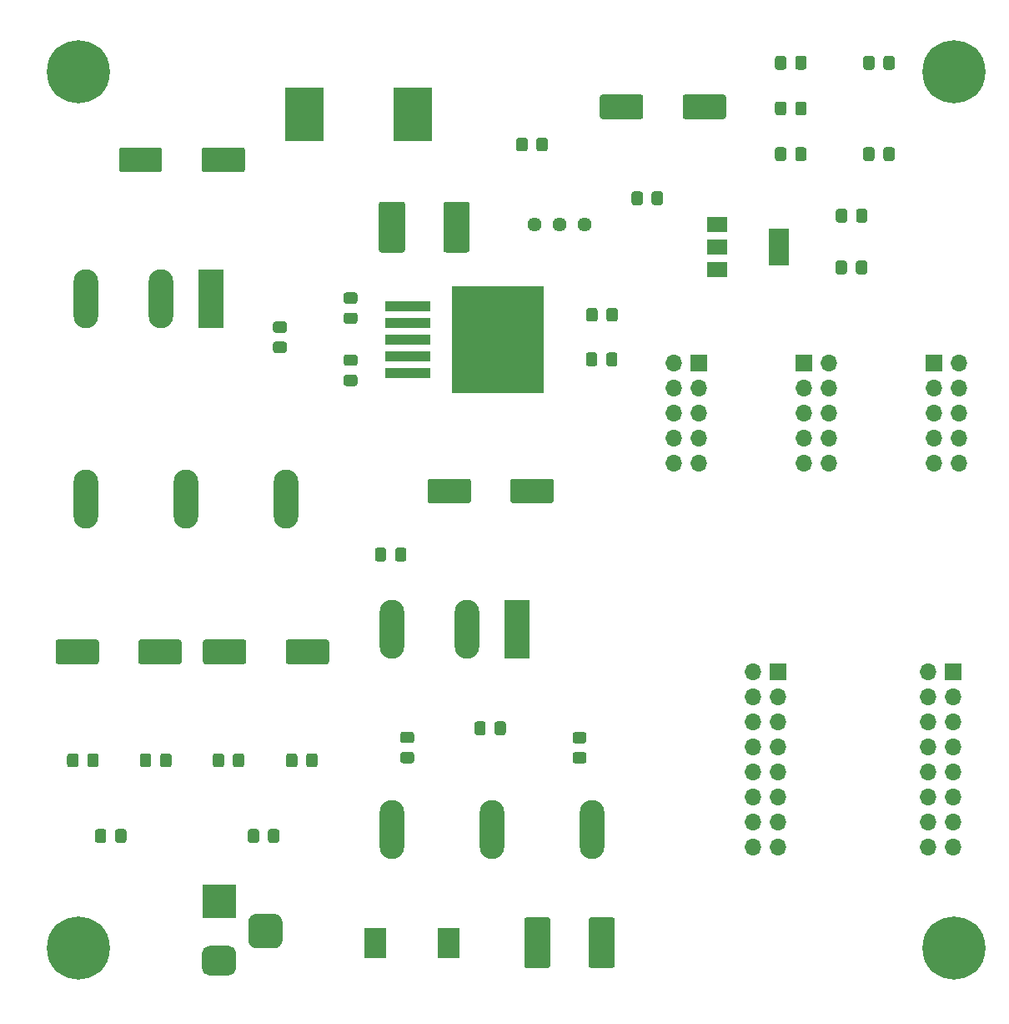
<source format=gbr>
G04 #@! TF.GenerationSoftware,KiCad,Pcbnew,(5.1.9)-1*
G04 #@! TF.CreationDate,2021-02-07T14:36:27+03:00*
G04 #@! TF.ProjectId,017_VIP_Elsiel,3031375f-5649-4505-9f45-6c7369656c2e,rev?*
G04 #@! TF.SameCoordinates,Original*
G04 #@! TF.FileFunction,Soldermask,Top*
G04 #@! TF.FilePolarity,Negative*
%FSLAX46Y46*%
G04 Gerber Fmt 4.6, Leading zero omitted, Abs format (unit mm)*
G04 Created by KiCad (PCBNEW (5.1.9)-1) date 2021-02-07 14:36:27*
%MOMM*%
%LPD*%
G01*
G04 APERTURE LIST*
%ADD10C,6.400000*%
%ADD11C,0.800000*%
%ADD12R,2.300000X3.100000*%
%ADD13R,3.500000X3.500000*%
%ADD14O,1.700000X1.700000*%
%ADD15R,1.700000X1.700000*%
%ADD16R,3.900000X5.400000*%
%ADD17C,1.440000*%
%ADD18O,2.500000X6.000000*%
%ADD19R,2.500000X6.000000*%
%ADD20R,2.000000X3.800000*%
%ADD21R,2.000000X1.500000*%
%ADD22R,4.600000X1.100000*%
%ADD23R,9.400000X10.800000*%
G04 APERTURE END LIST*
D10*
X177800000Y-58420000D03*
D11*
X177800000Y-56020000D03*
X179497056Y-56722944D03*
X180200000Y-58420000D03*
X179497056Y-60117056D03*
X177800000Y-60820000D03*
X176102944Y-60117056D03*
X175400000Y-58420000D03*
X176102944Y-56722944D03*
D10*
X88900000Y-58420000D03*
D11*
X86500000Y-58420000D03*
X87202944Y-56722944D03*
X88900000Y-56020000D03*
X90597056Y-56722944D03*
X91300000Y-58420000D03*
X90597056Y-60117056D03*
X88900000Y-60820000D03*
X87202944Y-60117056D03*
D10*
X88900000Y-147320000D03*
D11*
X88900000Y-149720000D03*
X87202944Y-149017056D03*
X86500000Y-147320000D03*
X87202944Y-145622944D03*
X88900000Y-144920000D03*
X90597056Y-145622944D03*
X91300000Y-147320000D03*
X90597056Y-149017056D03*
X179497056Y-145622944D03*
X177800000Y-144920000D03*
X176102944Y-145622944D03*
X175400000Y-147320000D03*
X176102944Y-149017056D03*
X177800000Y-149720000D03*
X179497056Y-149017056D03*
X180200000Y-147320000D03*
D10*
X177800000Y-147320000D03*
G36*
G01*
X97425000Y-66375000D02*
X97425000Y-68375000D01*
G75*
G02*
X97175000Y-68625000I-250000J0D01*
G01*
X93275000Y-68625000D01*
G75*
G02*
X93025000Y-68375000I0J250000D01*
G01*
X93025000Y-66375000D01*
G75*
G02*
X93275000Y-66125000I250000J0D01*
G01*
X97175000Y-66125000D01*
G75*
G02*
X97425000Y-66375000I0J-250000D01*
G01*
G37*
G36*
G01*
X105825000Y-66375000D02*
X105825000Y-68375000D01*
G75*
G02*
X105575000Y-68625000I-250000J0D01*
G01*
X101675000Y-68625000D01*
G75*
G02*
X101425000Y-68375000I0J250000D01*
G01*
X101425000Y-66375000D01*
G75*
G02*
X101675000Y-66125000I250000J0D01*
G01*
X105575000Y-66125000D01*
G75*
G02*
X105825000Y-66375000I0J-250000D01*
G01*
G37*
G36*
G01*
X132325000Y-124599999D02*
X132325000Y-125500001D01*
G75*
G02*
X132075001Y-125750000I-249999J0D01*
G01*
X131424999Y-125750000D01*
G75*
G02*
X131175000Y-125500001I0J249999D01*
G01*
X131175000Y-124599999D01*
G75*
G02*
X131424999Y-124350000I249999J0D01*
G01*
X132075001Y-124350000D01*
G75*
G02*
X132325000Y-124599999I0J-249999D01*
G01*
G37*
G36*
G01*
X130275000Y-124599999D02*
X130275000Y-125500001D01*
G75*
G02*
X130025001Y-125750000I-249999J0D01*
G01*
X129374999Y-125750000D01*
G75*
G02*
X129125000Y-125500001I0J249999D01*
G01*
X129125000Y-124599999D01*
G75*
G02*
X129374999Y-124350000I249999J0D01*
G01*
X130025001Y-124350000D01*
G75*
G02*
X130275000Y-124599999I0J-249999D01*
G01*
G37*
G36*
G01*
X114375000Y-116300000D02*
X114375000Y-118300000D01*
G75*
G02*
X114125000Y-118550000I-250000J0D01*
G01*
X110225000Y-118550000D01*
G75*
G02*
X109975000Y-118300000I0J250000D01*
G01*
X109975000Y-116300000D01*
G75*
G02*
X110225000Y-116050000I250000J0D01*
G01*
X114125000Y-116050000D01*
G75*
G02*
X114375000Y-116300000I0J-250000D01*
G01*
G37*
G36*
G01*
X105975000Y-116300000D02*
X105975000Y-118300000D01*
G75*
G02*
X105725000Y-118550000I-250000J0D01*
G01*
X101825000Y-118550000D01*
G75*
G02*
X101575000Y-118300000I0J250000D01*
G01*
X101575000Y-116300000D01*
G75*
G02*
X101825000Y-116050000I250000J0D01*
G01*
X105725000Y-116050000D01*
G75*
G02*
X105975000Y-116300000I0J-250000D01*
G01*
G37*
G36*
G01*
X124375000Y-101975000D02*
X124375000Y-99975000D01*
G75*
G02*
X124625000Y-99725000I250000J0D01*
G01*
X128525000Y-99725000D01*
G75*
G02*
X128775000Y-99975000I0J-250000D01*
G01*
X128775000Y-101975000D01*
G75*
G02*
X128525000Y-102225000I-250000J0D01*
G01*
X124625000Y-102225000D01*
G75*
G02*
X124375000Y-101975000I0J250000D01*
G01*
G37*
G36*
G01*
X132775000Y-101975000D02*
X132775000Y-99975000D01*
G75*
G02*
X133025000Y-99725000I250000J0D01*
G01*
X136925000Y-99725000D01*
G75*
G02*
X137175000Y-99975000I0J-250000D01*
G01*
X137175000Y-101975000D01*
G75*
G02*
X136925000Y-102225000I-250000J0D01*
G01*
X133025000Y-102225000D01*
G75*
G02*
X132775000Y-101975000I0J250000D01*
G01*
G37*
G36*
G01*
X91000000Y-116300000D02*
X91000000Y-118300000D01*
G75*
G02*
X90750000Y-118550000I-250000J0D01*
G01*
X86850000Y-118550000D01*
G75*
G02*
X86600000Y-118300000I0J250000D01*
G01*
X86600000Y-116300000D01*
G75*
G02*
X86850000Y-116050000I250000J0D01*
G01*
X90750000Y-116050000D01*
G75*
G02*
X91000000Y-116300000I0J-250000D01*
G01*
G37*
G36*
G01*
X99400000Y-116300000D02*
X99400000Y-118300000D01*
G75*
G02*
X99150000Y-118550000I-250000J0D01*
G01*
X95250000Y-118550000D01*
G75*
G02*
X95000000Y-118300000I0J250000D01*
G01*
X95000000Y-116300000D01*
G75*
G02*
X95250000Y-116050000I250000J0D01*
G01*
X99150000Y-116050000D01*
G75*
G02*
X99400000Y-116300000I0J-250000D01*
G01*
G37*
G36*
G01*
X119025000Y-107875001D02*
X119025000Y-106974999D01*
G75*
G02*
X119274999Y-106725000I249999J0D01*
G01*
X119925001Y-106725000D01*
G75*
G02*
X120175000Y-106974999I0J-249999D01*
G01*
X120175000Y-107875001D01*
G75*
G02*
X119925001Y-108125000I-249999J0D01*
G01*
X119274999Y-108125000D01*
G75*
G02*
X119025000Y-107875001I0J249999D01*
G01*
G37*
G36*
G01*
X121075000Y-107875001D02*
X121075000Y-106974999D01*
G75*
G02*
X121324999Y-106725000I249999J0D01*
G01*
X121975001Y-106725000D01*
G75*
G02*
X122225000Y-106974999I0J-249999D01*
G01*
X122225000Y-107875001D01*
G75*
G02*
X121975001Y-108125000I-249999J0D01*
G01*
X121324999Y-108125000D01*
G75*
G02*
X121075000Y-107875001I0J249999D01*
G01*
G37*
G36*
G01*
X91750000Y-135524999D02*
X91750000Y-136425001D01*
G75*
G02*
X91500001Y-136675000I-249999J0D01*
G01*
X90849999Y-136675000D01*
G75*
G02*
X90600000Y-136425001I0J249999D01*
G01*
X90600000Y-135524999D01*
G75*
G02*
X90849999Y-135275000I249999J0D01*
G01*
X91500001Y-135275000D01*
G75*
G02*
X91750000Y-135524999I0J-249999D01*
G01*
G37*
G36*
G01*
X93800000Y-135524999D02*
X93800000Y-136425001D01*
G75*
G02*
X93550001Y-136675000I-249999J0D01*
G01*
X92899999Y-136675000D01*
G75*
G02*
X92650000Y-136425001I0J249999D01*
G01*
X92650000Y-135524999D01*
G75*
G02*
X92899999Y-135275000I249999J0D01*
G01*
X93550001Y-135275000D01*
G75*
G02*
X93800000Y-135524999I0J-249999D01*
G01*
G37*
G36*
G01*
X109325000Y-135524999D02*
X109325000Y-136425001D01*
G75*
G02*
X109075001Y-136675000I-249999J0D01*
G01*
X108424999Y-136675000D01*
G75*
G02*
X108175000Y-136425001I0J249999D01*
G01*
X108175000Y-135524999D01*
G75*
G02*
X108424999Y-135275000I249999J0D01*
G01*
X109075001Y-135275000D01*
G75*
G02*
X109325000Y-135524999I0J-249999D01*
G01*
G37*
G36*
G01*
X107275000Y-135524999D02*
X107275000Y-136425001D01*
G75*
G02*
X107025001Y-136675000I-249999J0D01*
G01*
X106374999Y-136675000D01*
G75*
G02*
X106125000Y-136425001I0J249999D01*
G01*
X106125000Y-135524999D01*
G75*
G02*
X106374999Y-135275000I249999J0D01*
G01*
X107025001Y-135275000D01*
G75*
G02*
X107275000Y-135524999I0J-249999D01*
G01*
G37*
G36*
G01*
X108924999Y-85825000D02*
X109825001Y-85825000D01*
G75*
G02*
X110075000Y-86074999I0J-249999D01*
G01*
X110075000Y-86725001D01*
G75*
G02*
X109825001Y-86975000I-249999J0D01*
G01*
X108924999Y-86975000D01*
G75*
G02*
X108675000Y-86725001I0J249999D01*
G01*
X108675000Y-86074999D01*
G75*
G02*
X108924999Y-85825000I249999J0D01*
G01*
G37*
G36*
G01*
X108924999Y-83775000D02*
X109825001Y-83775000D01*
G75*
G02*
X110075000Y-84024999I0J-249999D01*
G01*
X110075000Y-84675001D01*
G75*
G02*
X109825001Y-84925000I-249999J0D01*
G01*
X108924999Y-84925000D01*
G75*
G02*
X108675000Y-84675001I0J249999D01*
G01*
X108675000Y-84024999D01*
G75*
G02*
X108924999Y-83775000I249999J0D01*
G01*
G37*
G36*
G01*
X159650000Y-57983334D02*
X159650000Y-57083332D01*
G75*
G02*
X159899999Y-56833333I249999J0D01*
G01*
X160550001Y-56833333D01*
G75*
G02*
X160800000Y-57083332I0J-249999D01*
G01*
X160800000Y-57983334D01*
G75*
G02*
X160550001Y-58233333I-249999J0D01*
G01*
X159899999Y-58233333D01*
G75*
G02*
X159650000Y-57983334I0J249999D01*
G01*
G37*
G36*
G01*
X161700000Y-57983334D02*
X161700000Y-57083332D01*
G75*
G02*
X161949999Y-56833333I249999J0D01*
G01*
X162600001Y-56833333D01*
G75*
G02*
X162850000Y-57083332I0J-249999D01*
G01*
X162850000Y-57983334D01*
G75*
G02*
X162600001Y-58233333I-249999J0D01*
G01*
X161949999Y-58233333D01*
G75*
G02*
X161700000Y-57983334I0J249999D01*
G01*
G37*
G36*
G01*
X159650000Y-62616667D02*
X159650000Y-61716665D01*
G75*
G02*
X159899999Y-61466666I249999J0D01*
G01*
X160550001Y-61466666D01*
G75*
G02*
X160800000Y-61716665I0J-249999D01*
G01*
X160800000Y-62616667D01*
G75*
G02*
X160550001Y-62866666I-249999J0D01*
G01*
X159899999Y-62866666D01*
G75*
G02*
X159650000Y-62616667I0J249999D01*
G01*
G37*
G36*
G01*
X161700000Y-62616667D02*
X161700000Y-61716665D01*
G75*
G02*
X161949999Y-61466666I249999J0D01*
G01*
X162600001Y-61466666D01*
G75*
G02*
X162850000Y-61716665I0J-249999D01*
G01*
X162850000Y-62616667D01*
G75*
G02*
X162600001Y-62866666I-249999J0D01*
G01*
X161949999Y-62866666D01*
G75*
G02*
X161700000Y-62616667I0J249999D01*
G01*
G37*
G36*
G01*
X169750000Y-66349999D02*
X169750000Y-67250001D01*
G75*
G02*
X169500001Y-67500000I-249999J0D01*
G01*
X168849999Y-67500000D01*
G75*
G02*
X168600000Y-67250001I0J249999D01*
G01*
X168600000Y-66349999D01*
G75*
G02*
X168849999Y-66100000I249999J0D01*
G01*
X169500001Y-66100000D01*
G75*
G02*
X169750000Y-66349999I0J-249999D01*
G01*
G37*
G36*
G01*
X171800000Y-66349999D02*
X171800000Y-67250001D01*
G75*
G02*
X171550001Y-67500000I-249999J0D01*
G01*
X170899999Y-67500000D01*
G75*
G02*
X170650000Y-67250001I0J249999D01*
G01*
X170650000Y-66349999D01*
G75*
G02*
X170899999Y-66100000I249999J0D01*
G01*
X171550001Y-66100000D01*
G75*
G02*
X171800000Y-66349999I0J-249999D01*
G01*
G37*
G36*
G01*
X170650000Y-57983334D02*
X170650000Y-57083332D01*
G75*
G02*
X170899999Y-56833333I249999J0D01*
G01*
X171550001Y-56833333D01*
G75*
G02*
X171800000Y-57083332I0J-249999D01*
G01*
X171800000Y-57983334D01*
G75*
G02*
X171550001Y-58233333I-249999J0D01*
G01*
X170899999Y-58233333D01*
G75*
G02*
X170650000Y-57983334I0J249999D01*
G01*
G37*
G36*
G01*
X168600000Y-57983334D02*
X168600000Y-57083332D01*
G75*
G02*
X168849999Y-56833333I249999J0D01*
G01*
X169500001Y-56833333D01*
G75*
G02*
X169750000Y-57083332I0J-249999D01*
G01*
X169750000Y-57983334D01*
G75*
G02*
X169500001Y-58233333I-249999J0D01*
G01*
X168849999Y-58233333D01*
G75*
G02*
X168600000Y-57983334I0J249999D01*
G01*
G37*
G36*
G01*
X141875000Y-63000000D02*
X141875000Y-61000000D01*
G75*
G02*
X142125000Y-60750000I250000J0D01*
G01*
X146025000Y-60750000D01*
G75*
G02*
X146275000Y-61000000I0J-250000D01*
G01*
X146275000Y-63000000D01*
G75*
G02*
X146025000Y-63250000I-250000J0D01*
G01*
X142125000Y-63250000D01*
G75*
G02*
X141875000Y-63000000I0J250000D01*
G01*
G37*
G36*
G01*
X150275000Y-63000000D02*
X150275000Y-61000000D01*
G75*
G02*
X150525000Y-60750000I250000J0D01*
G01*
X154425000Y-60750000D01*
G75*
G02*
X154675000Y-61000000I0J-250000D01*
G01*
X154675000Y-63000000D01*
G75*
G02*
X154425000Y-63250000I-250000J0D01*
G01*
X150525000Y-63250000D01*
G75*
G02*
X150275000Y-63000000I0J250000D01*
G01*
G37*
G36*
G01*
X147125000Y-71725001D02*
X147125000Y-70824999D01*
G75*
G02*
X147374999Y-70575000I249999J0D01*
G01*
X148025001Y-70575000D01*
G75*
G02*
X148275000Y-70824999I0J-249999D01*
G01*
X148275000Y-71725001D01*
G75*
G02*
X148025001Y-71975000I-249999J0D01*
G01*
X147374999Y-71975000D01*
G75*
G02*
X147125000Y-71725001I0J249999D01*
G01*
G37*
G36*
G01*
X145075000Y-71725001D02*
X145075000Y-70824999D01*
G75*
G02*
X145324999Y-70575000I249999J0D01*
G01*
X145975001Y-70575000D01*
G75*
G02*
X146225000Y-70824999I0J-249999D01*
G01*
X146225000Y-71725001D01*
G75*
G02*
X145975001Y-71975000I-249999J0D01*
G01*
X145324999Y-71975000D01*
G75*
G02*
X145075000Y-71725001I0J249999D01*
G01*
G37*
G36*
G01*
X159650000Y-67250001D02*
X159650000Y-66349999D01*
G75*
G02*
X159899999Y-66100000I249999J0D01*
G01*
X160550001Y-66100000D01*
G75*
G02*
X160800000Y-66349999I0J-249999D01*
G01*
X160800000Y-67250001D01*
G75*
G02*
X160550001Y-67500000I-249999J0D01*
G01*
X159899999Y-67500000D01*
G75*
G02*
X159650000Y-67250001I0J249999D01*
G01*
G37*
G36*
G01*
X161700000Y-67250001D02*
X161700000Y-66349999D01*
G75*
G02*
X161949999Y-66100000I249999J0D01*
G01*
X162600001Y-66100000D01*
G75*
G02*
X162850000Y-66349999I0J-249999D01*
G01*
X162850000Y-67250001D01*
G75*
G02*
X162600001Y-67500000I-249999J0D01*
G01*
X161949999Y-67500000D01*
G75*
G02*
X161700000Y-67250001I0J249999D01*
G01*
G37*
G36*
G01*
X140725000Y-149125000D02*
X140725000Y-144475000D01*
G75*
G02*
X140975000Y-144225000I250000J0D01*
G01*
X143125000Y-144225000D01*
G75*
G02*
X143375000Y-144475000I0J-250000D01*
G01*
X143375000Y-149125000D01*
G75*
G02*
X143125000Y-149375000I-250000J0D01*
G01*
X140975000Y-149375000D01*
G75*
G02*
X140725000Y-149125000I0J250000D01*
G01*
G37*
G36*
G01*
X134175000Y-149125000D02*
X134175000Y-144475000D01*
G75*
G02*
X134425000Y-144225000I250000J0D01*
G01*
X136575000Y-144225000D01*
G75*
G02*
X136825000Y-144475000I0J-250000D01*
G01*
X136825000Y-149125000D01*
G75*
G02*
X136575000Y-149375000I-250000J0D01*
G01*
X134425000Y-149375000D01*
G75*
G02*
X134175000Y-149125000I0J250000D01*
G01*
G37*
G36*
G01*
X139349999Y-127472500D02*
X140250001Y-127472500D01*
G75*
G02*
X140500000Y-127722499I0J-249999D01*
G01*
X140500000Y-128372501D01*
G75*
G02*
X140250001Y-128622500I-249999J0D01*
G01*
X139349999Y-128622500D01*
G75*
G02*
X139100000Y-128372501I0J249999D01*
G01*
X139100000Y-127722499D01*
G75*
G02*
X139349999Y-127472500I249999J0D01*
G01*
G37*
G36*
G01*
X139349999Y-125422500D02*
X140250001Y-125422500D01*
G75*
G02*
X140500000Y-125672499I0J-249999D01*
G01*
X140500000Y-126322501D01*
G75*
G02*
X140250001Y-126572500I-249999J0D01*
G01*
X139349999Y-126572500D01*
G75*
G02*
X139100000Y-126322501I0J249999D01*
G01*
X139100000Y-125672499D01*
G75*
G02*
X139349999Y-125422500I249999J0D01*
G01*
G37*
G36*
G01*
X112050000Y-128750001D02*
X112050000Y-127849999D01*
G75*
G02*
X112299999Y-127600000I249999J0D01*
G01*
X112950001Y-127600000D01*
G75*
G02*
X113200000Y-127849999I0J-249999D01*
G01*
X113200000Y-128750001D01*
G75*
G02*
X112950001Y-129000000I-249999J0D01*
G01*
X112299999Y-129000000D01*
G75*
G02*
X112050000Y-128750001I0J249999D01*
G01*
G37*
G36*
G01*
X110000000Y-128750001D02*
X110000000Y-127849999D01*
G75*
G02*
X110249999Y-127600000I249999J0D01*
G01*
X110900001Y-127600000D01*
G75*
G02*
X111150000Y-127849999I0J-249999D01*
G01*
X111150000Y-128750001D01*
G75*
G02*
X110900001Y-129000000I-249999J0D01*
G01*
X110249999Y-129000000D01*
G75*
G02*
X110000000Y-128750001I0J249999D01*
G01*
G37*
G36*
G01*
X87775000Y-128750001D02*
X87775000Y-127849999D01*
G75*
G02*
X88024999Y-127600000I249999J0D01*
G01*
X88675001Y-127600000D01*
G75*
G02*
X88925000Y-127849999I0J-249999D01*
G01*
X88925000Y-128750001D01*
G75*
G02*
X88675001Y-129000000I-249999J0D01*
G01*
X88024999Y-129000000D01*
G75*
G02*
X87775000Y-128750001I0J249999D01*
G01*
G37*
G36*
G01*
X89825000Y-128750001D02*
X89825000Y-127849999D01*
G75*
G02*
X90074999Y-127600000I249999J0D01*
G01*
X90725001Y-127600000D01*
G75*
G02*
X90975000Y-127849999I0J-249999D01*
G01*
X90975000Y-128750001D01*
G75*
G02*
X90725001Y-129000000I-249999J0D01*
G01*
X90074999Y-129000000D01*
G75*
G02*
X89825000Y-128750001I0J249999D01*
G01*
G37*
G36*
G01*
X128625000Y-71875000D02*
X128625000Y-76525000D01*
G75*
G02*
X128375000Y-76775000I-250000J0D01*
G01*
X126225000Y-76775000D01*
G75*
G02*
X125975000Y-76525000I0J250000D01*
G01*
X125975000Y-71875000D01*
G75*
G02*
X126225000Y-71625000I250000J0D01*
G01*
X128375000Y-71625000D01*
G75*
G02*
X128625000Y-71875000I0J-250000D01*
G01*
G37*
G36*
G01*
X122075000Y-71875000D02*
X122075000Y-76525000D01*
G75*
G02*
X121825000Y-76775000I-250000J0D01*
G01*
X119675000Y-76775000D01*
G75*
G02*
X119425000Y-76525000I0J250000D01*
G01*
X119425000Y-71875000D01*
G75*
G02*
X119675000Y-71625000I250000J0D01*
G01*
X121825000Y-71625000D01*
G75*
G02*
X122075000Y-71875000I0J-250000D01*
G01*
G37*
G36*
G01*
X165825000Y-73500001D02*
X165825000Y-72599999D01*
G75*
G02*
X166074999Y-72350000I249999J0D01*
G01*
X166725001Y-72350000D01*
G75*
G02*
X166975000Y-72599999I0J-249999D01*
G01*
X166975000Y-73500001D01*
G75*
G02*
X166725001Y-73750000I-249999J0D01*
G01*
X166074999Y-73750000D01*
G75*
G02*
X165825000Y-73500001I0J249999D01*
G01*
G37*
G36*
G01*
X167875000Y-73500001D02*
X167875000Y-72599999D01*
G75*
G02*
X168124999Y-72350000I249999J0D01*
G01*
X168775001Y-72350000D01*
G75*
G02*
X169025000Y-72599999I0J-249999D01*
G01*
X169025000Y-73500001D01*
G75*
G02*
X168775001Y-73750000I-249999J0D01*
G01*
X168124999Y-73750000D01*
G75*
G02*
X167875000Y-73500001I0J249999D01*
G01*
G37*
G36*
G01*
X140475000Y-83550001D02*
X140475000Y-82649999D01*
G75*
G02*
X140724999Y-82400000I249999J0D01*
G01*
X141375001Y-82400000D01*
G75*
G02*
X141625000Y-82649999I0J-249999D01*
G01*
X141625000Y-83550001D01*
G75*
G02*
X141375001Y-83800000I-249999J0D01*
G01*
X140724999Y-83800000D01*
G75*
G02*
X140475000Y-83550001I0J249999D01*
G01*
G37*
G36*
G01*
X142525000Y-83550001D02*
X142525000Y-82649999D01*
G75*
G02*
X142774999Y-82400000I249999J0D01*
G01*
X143425001Y-82400000D01*
G75*
G02*
X143675000Y-82649999I0J-249999D01*
G01*
X143675000Y-83550001D01*
G75*
G02*
X143425001Y-83800000I-249999J0D01*
G01*
X142774999Y-83800000D01*
G75*
G02*
X142525000Y-83550001I0J249999D01*
G01*
G37*
D12*
X126500000Y-146800000D03*
X119100000Y-146800000D03*
D13*
X103200000Y-142625000D03*
G36*
G01*
X104200000Y-150125000D02*
X102200000Y-150125000D01*
G75*
G02*
X101450000Y-149375000I0J750000D01*
G01*
X101450000Y-147875000D01*
G75*
G02*
X102200000Y-147125000I750000J0D01*
G01*
X104200000Y-147125000D01*
G75*
G02*
X104950000Y-147875000I0J-750000D01*
G01*
X104950000Y-149375000D01*
G75*
G02*
X104200000Y-150125000I-750000J0D01*
G01*
G37*
G36*
G01*
X108775000Y-147375000D02*
X107025000Y-147375000D01*
G75*
G02*
X106150000Y-146500000I0J875000D01*
G01*
X106150000Y-144750000D01*
G75*
G02*
X107025000Y-143875000I875000J0D01*
G01*
X108775000Y-143875000D01*
G75*
G02*
X109650000Y-144750000I0J-875000D01*
G01*
X109650000Y-146500000D01*
G75*
G02*
X108775000Y-147375000I-875000J0D01*
G01*
G37*
D14*
X178340000Y-98135000D03*
X175800000Y-98135000D03*
X178340000Y-95595000D03*
X175800000Y-95595000D03*
X178340000Y-93055000D03*
X175800000Y-93055000D03*
X178340000Y-90515000D03*
X175800000Y-90515000D03*
X178340000Y-87975000D03*
D15*
X175800000Y-87975000D03*
X162567500Y-87975000D03*
D14*
X165107500Y-87975000D03*
X162567500Y-90515000D03*
X165107500Y-90515000D03*
X162567500Y-93055000D03*
X165107500Y-93055000D03*
X162567500Y-95595000D03*
X165107500Y-95595000D03*
X162567500Y-98135000D03*
X165107500Y-98135000D03*
D15*
X151925000Y-88000000D03*
D14*
X149385000Y-88000000D03*
X151925000Y-90540000D03*
X149385000Y-90540000D03*
X151925000Y-93080000D03*
X149385000Y-93080000D03*
X151925000Y-95620000D03*
X149385000Y-95620000D03*
X151925000Y-98160000D03*
X149385000Y-98160000D03*
X157385000Y-137104999D03*
X159925000Y-137104999D03*
X157385000Y-134564999D03*
X159925000Y-134564999D03*
X157385000Y-132024999D03*
X159925000Y-132024999D03*
X157385000Y-129484999D03*
X159925000Y-129484999D03*
X157385000Y-126944999D03*
X159925000Y-126944999D03*
X157385000Y-124404999D03*
X159925000Y-124404999D03*
X157385000Y-121864999D03*
X159925000Y-121864999D03*
X157385000Y-119324999D03*
D15*
X159925000Y-119324999D03*
X177775000Y-119324999D03*
D14*
X175235000Y-119324999D03*
X177775000Y-121864999D03*
X175235000Y-121864999D03*
X177775000Y-124404999D03*
X175235000Y-124404999D03*
X177775000Y-126944999D03*
X175235000Y-126944999D03*
X177775000Y-129484999D03*
X175235000Y-129484999D03*
X177775000Y-132024999D03*
X175235000Y-132024999D03*
X177775000Y-134564999D03*
X175235000Y-134564999D03*
X177775000Y-137104999D03*
X175235000Y-137104999D03*
D16*
X122875000Y-62775000D03*
X111875000Y-62775000D03*
G36*
G01*
X122750001Y-128600000D02*
X121849999Y-128600000D01*
G75*
G02*
X121600000Y-128350001I0J249999D01*
G01*
X121600000Y-127699999D01*
G75*
G02*
X121849999Y-127450000I249999J0D01*
G01*
X122750001Y-127450000D01*
G75*
G02*
X123000000Y-127699999I0J-249999D01*
G01*
X123000000Y-128350001D01*
G75*
G02*
X122750001Y-128600000I-249999J0D01*
G01*
G37*
G36*
G01*
X122750001Y-126550000D02*
X121849999Y-126550000D01*
G75*
G02*
X121600000Y-126300001I0J249999D01*
G01*
X121600000Y-125649999D01*
G75*
G02*
X121849999Y-125400000I249999J0D01*
G01*
X122750001Y-125400000D01*
G75*
G02*
X123000000Y-125649999I0J-249999D01*
G01*
X123000000Y-126300001D01*
G75*
G02*
X122750001Y-126550000I-249999J0D01*
G01*
G37*
G36*
G01*
X102561666Y-128750001D02*
X102561666Y-127849999D01*
G75*
G02*
X102811665Y-127600000I249999J0D01*
G01*
X103461667Y-127600000D01*
G75*
G02*
X103711666Y-127849999I0J-249999D01*
G01*
X103711666Y-128750001D01*
G75*
G02*
X103461667Y-129000000I-249999J0D01*
G01*
X102811665Y-129000000D01*
G75*
G02*
X102561666Y-128750001I0J249999D01*
G01*
G37*
G36*
G01*
X104611666Y-128750001D02*
X104611666Y-127849999D01*
G75*
G02*
X104861665Y-127600000I249999J0D01*
G01*
X105511667Y-127600000D01*
G75*
G02*
X105761666Y-127849999I0J-249999D01*
G01*
X105761666Y-128750001D01*
G75*
G02*
X105511667Y-129000000I-249999J0D01*
G01*
X104861665Y-129000000D01*
G75*
G02*
X104611666Y-128750001I0J249999D01*
G01*
G37*
G36*
G01*
X97218333Y-128750001D02*
X97218333Y-127849999D01*
G75*
G02*
X97468332Y-127600000I249999J0D01*
G01*
X98118334Y-127600000D01*
G75*
G02*
X98368333Y-127849999I0J-249999D01*
G01*
X98368333Y-128750001D01*
G75*
G02*
X98118334Y-129000000I-249999J0D01*
G01*
X97468332Y-129000000D01*
G75*
G02*
X97218333Y-128750001I0J249999D01*
G01*
G37*
G36*
G01*
X95168333Y-128750001D02*
X95168333Y-127849999D01*
G75*
G02*
X95418332Y-127600000I249999J0D01*
G01*
X96068334Y-127600000D01*
G75*
G02*
X96318333Y-127849999I0J-249999D01*
G01*
X96318333Y-128750001D01*
G75*
G02*
X96068334Y-129000000I-249999J0D01*
G01*
X95418332Y-129000000D01*
G75*
G02*
X95168333Y-128750001I0J249999D01*
G01*
G37*
G36*
G01*
X117000001Y-88275000D02*
X116099999Y-88275000D01*
G75*
G02*
X115850000Y-88025001I0J249999D01*
G01*
X115850000Y-87374999D01*
G75*
G02*
X116099999Y-87125000I249999J0D01*
G01*
X117000001Y-87125000D01*
G75*
G02*
X117250000Y-87374999I0J-249999D01*
G01*
X117250000Y-88025001D01*
G75*
G02*
X117000001Y-88275000I-249999J0D01*
G01*
G37*
G36*
G01*
X117000001Y-90325000D02*
X116099999Y-90325000D01*
G75*
G02*
X115850000Y-90075001I0J249999D01*
G01*
X115850000Y-89424999D01*
G75*
G02*
X116099999Y-89175000I249999J0D01*
G01*
X117000001Y-89175000D01*
G75*
G02*
X117250000Y-89424999I0J-249999D01*
G01*
X117250000Y-90075001D01*
G75*
G02*
X117000001Y-90325000I-249999J0D01*
G01*
G37*
G36*
G01*
X165802500Y-78750001D02*
X165802500Y-77849999D01*
G75*
G02*
X166052499Y-77600000I249999J0D01*
G01*
X166702501Y-77600000D01*
G75*
G02*
X166952500Y-77849999I0J-249999D01*
G01*
X166952500Y-78750001D01*
G75*
G02*
X166702501Y-79000000I-249999J0D01*
G01*
X166052499Y-79000000D01*
G75*
G02*
X165802500Y-78750001I0J249999D01*
G01*
G37*
G36*
G01*
X167852500Y-78750001D02*
X167852500Y-77849999D01*
G75*
G02*
X168102499Y-77600000I249999J0D01*
G01*
X168752501Y-77600000D01*
G75*
G02*
X169002500Y-77849999I0J-249999D01*
G01*
X169002500Y-78750001D01*
G75*
G02*
X168752501Y-79000000I-249999J0D01*
G01*
X168102499Y-79000000D01*
G75*
G02*
X167852500Y-78750001I0J249999D01*
G01*
G37*
G36*
G01*
X117000001Y-84025000D02*
X116099999Y-84025000D01*
G75*
G02*
X115850000Y-83775001I0J249999D01*
G01*
X115850000Y-83124999D01*
G75*
G02*
X116099999Y-82875000I249999J0D01*
G01*
X117000001Y-82875000D01*
G75*
G02*
X117250000Y-83124999I0J-249999D01*
G01*
X117250000Y-83775001D01*
G75*
G02*
X117000001Y-84025000I-249999J0D01*
G01*
G37*
G36*
G01*
X117000001Y-81975000D02*
X116099999Y-81975000D01*
G75*
G02*
X115850000Y-81725001I0J249999D01*
G01*
X115850000Y-81074999D01*
G75*
G02*
X116099999Y-80825000I249999J0D01*
G01*
X117000001Y-80825000D01*
G75*
G02*
X117250000Y-81074999I0J-249999D01*
G01*
X117250000Y-81725001D01*
G75*
G02*
X117000001Y-81975000I-249999J0D01*
G01*
G37*
G36*
G01*
X134525000Y-65374999D02*
X134525000Y-66275001D01*
G75*
G02*
X134275001Y-66525000I-249999J0D01*
G01*
X133624999Y-66525000D01*
G75*
G02*
X133375000Y-66275001I0J249999D01*
G01*
X133375000Y-65374999D01*
G75*
G02*
X133624999Y-65125000I249999J0D01*
G01*
X134275001Y-65125000D01*
G75*
G02*
X134525000Y-65374999I0J-249999D01*
G01*
G37*
G36*
G01*
X136575000Y-65374999D02*
X136575000Y-66275001D01*
G75*
G02*
X136325001Y-66525000I-249999J0D01*
G01*
X135674999Y-66525000D01*
G75*
G02*
X135425000Y-66275001I0J249999D01*
G01*
X135425000Y-65374999D01*
G75*
G02*
X135674999Y-65125000I249999J0D01*
G01*
X136325001Y-65125000D01*
G75*
G02*
X136575000Y-65374999I0J-249999D01*
G01*
G37*
G36*
G01*
X142502500Y-88075001D02*
X142502500Y-87174999D01*
G75*
G02*
X142752499Y-86925000I249999J0D01*
G01*
X143402501Y-86925000D01*
G75*
G02*
X143652500Y-87174999I0J-249999D01*
G01*
X143652500Y-88075001D01*
G75*
G02*
X143402501Y-88325000I-249999J0D01*
G01*
X142752499Y-88325000D01*
G75*
G02*
X142502500Y-88075001I0J249999D01*
G01*
G37*
G36*
G01*
X140452500Y-88075001D02*
X140452500Y-87174999D01*
G75*
G02*
X140702499Y-86925000I249999J0D01*
G01*
X141352501Y-86925000D01*
G75*
G02*
X141602500Y-87174999I0J-249999D01*
G01*
X141602500Y-88075001D01*
G75*
G02*
X141352501Y-88325000I-249999J0D01*
G01*
X140702499Y-88325000D01*
G75*
G02*
X140452500Y-88075001I0J249999D01*
G01*
G37*
D17*
X140300000Y-73975000D03*
X137760000Y-73975000D03*
X135220000Y-73975000D03*
D18*
X120775000Y-135345000D03*
X141095000Y-135345000D03*
X128395000Y-115025000D03*
D19*
X133475000Y-115025000D03*
D18*
X130935000Y-135345000D03*
X120775000Y-115025000D03*
X89700000Y-81450000D03*
X99860000Y-101770000D03*
D19*
X102400000Y-81450000D03*
D18*
X97320000Y-81450000D03*
X110020000Y-101770000D03*
X89700000Y-101770000D03*
D20*
X160050000Y-76225000D03*
D21*
X153750000Y-76225000D03*
X153750000Y-78525000D03*
X153750000Y-73925000D03*
D22*
X122375000Y-82200000D03*
X122375000Y-83900000D03*
X122375000Y-85600000D03*
X122375000Y-87300000D03*
X122375000Y-89000000D03*
D23*
X131525000Y-85600000D03*
M02*

</source>
